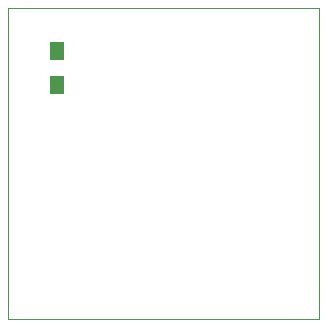
<source format=gtp>
G75*
%MOIN*%
%OFA0B0*%
%FSLAX25Y25*%
%IPPOS*%
%LPD*%
%AMOC8*
5,1,8,0,0,1.08239X$1,22.5*
%
%ADD10C,0.00000*%
%ADD11R,0.04724X0.05906*%
D10*
X0003500Y0001000D02*
X0003500Y0104711D01*
X0107201Y0104711D01*
X0107201Y0001000D01*
X0003500Y0001000D01*
D11*
X0019750Y0079041D03*
X0019750Y0090459D03*
M02*

</source>
